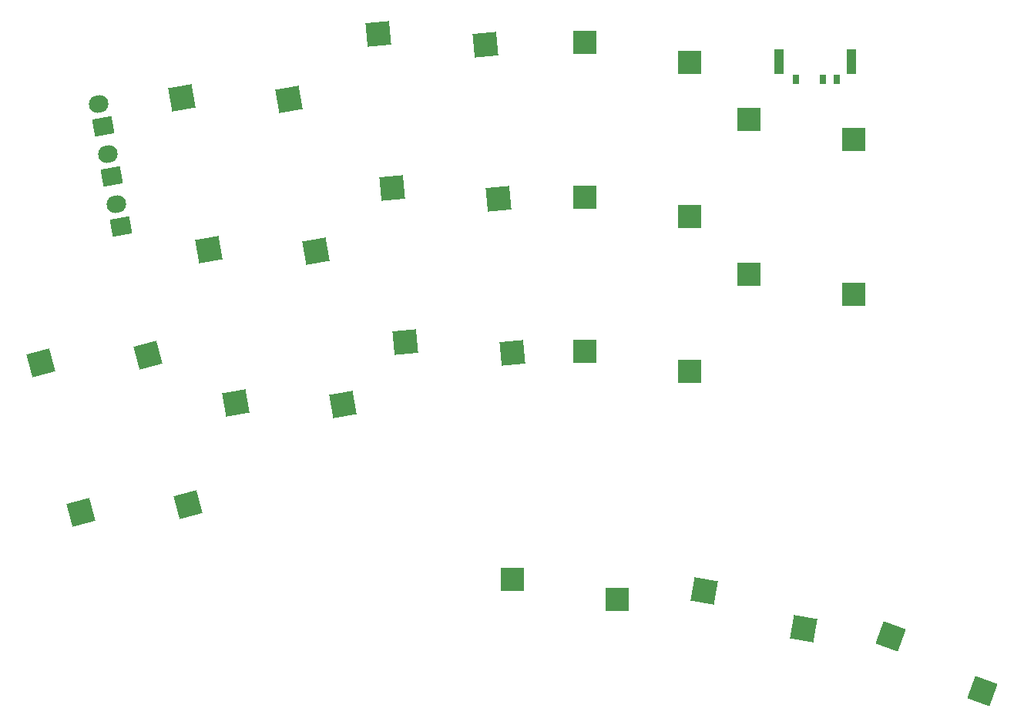
<source format=gbr>
%TF.GenerationSoftware,KiCad,Pcbnew,(6.0.8)*%
%TF.CreationDate,2023-01-01T21:59:49+01:00*%
%TF.ProjectId,rule169,72756c65-3136-4392-9e6b-696361645f70,v1.0.0*%
%TF.SameCoordinates,Original*%
%TF.FileFunction,Paste,Bot*%
%TF.FilePolarity,Positive*%
%FSLAX46Y46*%
G04 Gerber Fmt 4.6, Leading zero omitted, Abs format (unit mm)*
G04 Created by KiCad (PCBNEW (6.0.8)) date 2023-01-01 21:59:49*
%MOMM*%
%LPD*%
G01*
G04 APERTURE LIST*
G04 Aperture macros list*
%AMHorizOval*
0 Thick line with rounded ends*
0 $1 width*
0 $2 $3 position (X,Y) of the first rounded end (center of the circle)*
0 $4 $5 position (X,Y) of the second rounded end (center of the circle)*
0 Add line between two ends*
20,1,$1,$2,$3,$4,$5,0*
0 Add two circle primitives to create the rounded ends*
1,1,$1,$2,$3*
1,1,$1,$4,$5*%
%AMRotRect*
0 Rectangle, with rotation*
0 The origin of the aperture is its center*
0 $1 length*
0 $2 width*
0 $3 Rotation angle, in degrees counterclockwise*
0 Add horizontal line*
21,1,$1,$2,0,0,$3*%
G04 Aperture macros list end*
%ADD10HorizOval,1.905000X-0.125071X-0.022053X0.125071X0.022053X0*%
%ADD11RotRect,1.905000X2.159000X100.000000*%
%ADD12RotRect,2.600000X2.600000X5.000000*%
%ADD13R,2.600000X2.600000*%
%ADD14RotRect,2.600000X2.600000X15.000000*%
%ADD15R,0.700000X1.000000*%
%ADD16R,1.000000X2.800000*%
%ADD17RotRect,2.600000X2.600000X10.000000*%
%ADD18RotRect,2.600000X2.600000X340.000000*%
%ADD19RotRect,2.600000X2.600000X350.000000*%
G04 APERTURE END LIST*
D10*
%TO.C,L1*%
X149984042Y-33150014D03*
D11*
X150422330Y-35635669D03*
%TD*%
D12*
%TO.C,S11*%
X183678448Y-59329329D03*
X195376239Y-60514308D03*
%TD*%
D13*
%TO.C,S13*%
X221373729Y-51853880D03*
X232923729Y-54053880D03*
%TD*%
%TO.C,S4*%
X221373731Y-34853873D03*
X232923731Y-37053873D03*
%TD*%
%TO.C,S12*%
X203373730Y-60353877D03*
X214923730Y-62553877D03*
%TD*%
%TO.C,S3*%
X203373726Y-26353870D03*
X214923726Y-28553870D03*
%TD*%
D12*
%TO.C,S2*%
X180715156Y-25458708D03*
X192412947Y-26643687D03*
%TD*%
D13*
%TO.C,S8*%
X203373724Y-43353883D03*
X214923724Y-45553883D03*
%TD*%
D14*
%TO.C,S5*%
X143624994Y-61583669D03*
X155350839Y-60719346D03*
%TD*%
D15*
%TO.C,PSW1*%
X226564000Y-30414566D03*
X229564000Y-30414566D03*
X231064000Y-30414566D03*
D16*
X224714000Y-28514566D03*
X232664000Y-28514566D03*
%TD*%
D17*
%TO.C,S6*%
X162058687Y-49192352D03*
X173815242Y-49353292D03*
%TD*%
D14*
%TO.C,S9*%
X148024917Y-78004414D03*
X159750762Y-77140091D03*
%TD*%
D17*
%TO.C,S1*%
X159106673Y-32450618D03*
X170863228Y-32611558D03*
%TD*%
D12*
%TO.C,S7*%
X182196792Y-42394020D03*
X193894583Y-43578999D03*
%TD*%
D17*
%TO.C,S10*%
X165010699Y-66015875D03*
X176767254Y-66176815D03*
%TD*%
D18*
%TO.C,S14*%
X236989834Y-91638211D03*
X247090839Y-97655867D03*
%TD*%
D19*
%TO.C,S15*%
X216456678Y-86675576D03*
X227449182Y-90847790D03*
%TD*%
D10*
%TO.C,L2*%
X150952999Y-38645246D03*
D11*
X151391287Y-41130901D03*
%TD*%
D10*
%TO.C,L3*%
X151921957Y-44140474D03*
D11*
X152360245Y-46626129D03*
%TD*%
D13*
%TO.C,S16*%
X195373728Y-85353877D03*
X206923728Y-87553877D03*
%TD*%
M02*

</source>
